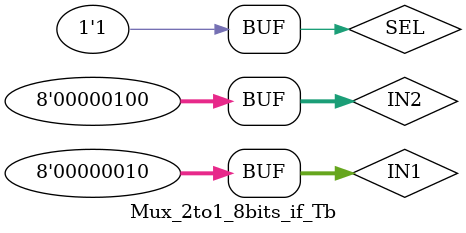
<source format=v>
`timescale 1ns/1ps

module Mux_2to1_8bits_if(IN1, IN2, SEL, OUT);

input wire [7:0] IN1;
input wire [7:0] IN2;
input wire       SEL;
output reg [7:0] OUT;

always @(*) begin
	if(SEL == 0) OUT <= IN1;
	else         OUT <= IN2;
end
endmodule

module Mux_2to1_8bits_if_Tb;
   reg [7:0] IN1, IN2;
   reg       SEL;
   wire[7:0] OUT;

initial begin
   #0 IN1 = 8'd1;
   #10 IN1 = 8'd2;
end

initial begin
   #0 IN2 = 8'd3;
   #10 IN2 = 8'd4;
end

initial begin
   #0 SEL = 8'b00;
   #10 SEL = 8'b01;
end

Mux_2to1_8bits_if I0(.IN1(IN1), .IN2(IN2), .SEL(SEL) ,.OUT(OUT));
endmodule
</source>
